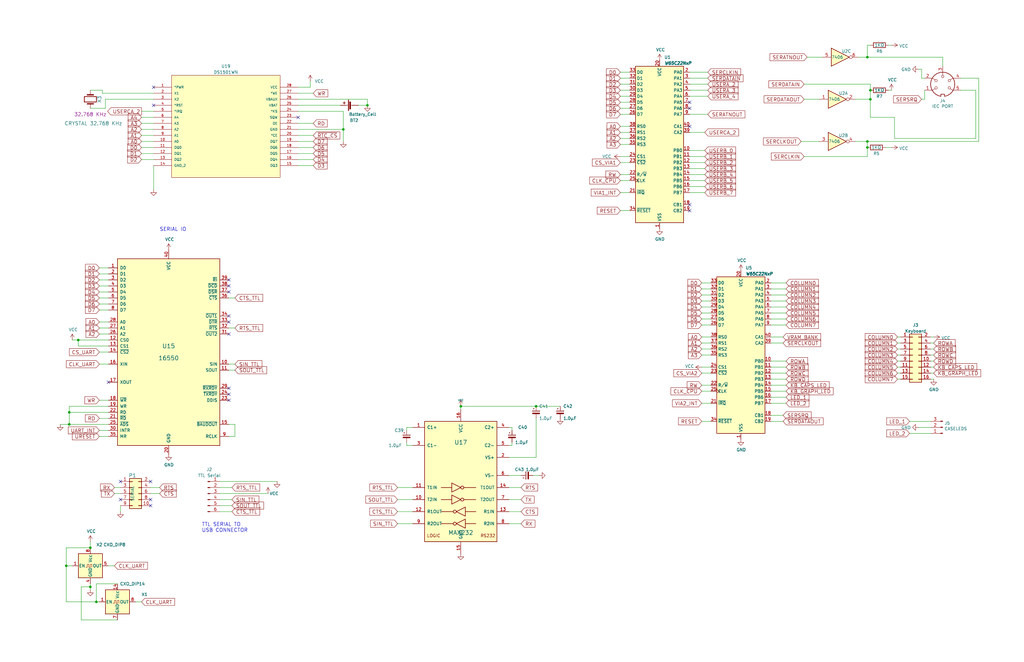
<source format=kicad_sch>
(kicad_sch (version 20230121) (generator eeschema)
  (paper "B")
  (title_block (title "WE65816 - MARK2") (date "2024-09-15") (rev "V1.0"))
  (lib_symbols
    (symbol "74xx:74LS06N" (pin_names (offset 1.016))
      (property "Reference" "U" (at 0 1.27 0))
      (property "Value" "74LS06N" (at 0 -1.27 0))
      (symbol "74LS06N_1_0"
        (pin input line (at -7.62 0 0) (length 3.81) (name "~") (number "1"))
        (pin open_collector inverted (at 7.62 0 180) (length 3.81) (name "~") (number "2"))
      )
      (symbol "74LS06N_2_0"
        (pin input line (at -7.62 0 0) (length 3.81) (name "~") (number "3"))
        (pin open_collector inverted (at 7.62 0 180) (length 3.81) (name "~") (number "4"))
      )
      (symbol "74LS06N_3_0"
        (pin input line (at -7.62 0 0) (length 3.81) (name "~") (number "5"))
        (pin open_collector inverted (at 7.62 0 180) (length 3.81) (name "~") (number "6"))
      )
      (symbol "74LS06N_4_0"
        (pin open_collector inverted (at 7.62 0 180) (length 3.81) (name "~") (number "8"))
        (pin input line (at -7.62 0 0) (length 3.81) (name "~") (number "9"))
      )
      (symbol "74LS06N_5_0"
        (pin open_collector inverted (at 7.62 0 180) (length 3.81) (name "~") (number "10"))
        (pin input line (at -7.62 0 0) (length 3.81) (name "~") (number "11"))
      )
      (symbol "74LS06N_6_0"
        (pin open_collector inverted (at 7.62 0 180) (length 3.81) (name "~") (number "12"))
        (pin input line (at -7.62 0 0) (length 3.81) (name "~") (number "13"))
      )
      (symbol "74LS06N_7_0"
        (pin power_in line (at 0 12.7 270) (length 5.08) (name "VCC") (number "14"))
        (pin power_in line (at 0 -12.7 90) (length 5.08) (name "GND") (number "7"))
      )
    )
    (symbol "Connector:Conn_01x03_Pin" (pin_names (offset 1.016) hide)
      (property "Reference" "J" (at 0 5.08 0))
      (property "Value" "Conn_01x03_Pin" (at 0 -5.08 0))
      (symbol "Conn_01x03_Pin_1_1"
        (pin passive line (at 5.08 2.54 180) (length 3.81) (name "Pin_1") (number "1"))
        (pin passive line (at 5.08 0 180) (length 3.81) (name "Pin_2") (number "2"))
        (pin passive line (at 5.08 -2.54 180) (length 3.81) (name "Pin_3") (number "3"))
      )
    )
    (symbol "Connector:Conn_01x06_Pin" (pin_names (offset 1.016) hide)
      (property "Reference" "J" (at 0 7.62 0))
      (property "Value" "Conn_01x06_Pin" (at 0 -10.16 0))
      (symbol "Conn_01x06_Pin_1_1"
        (pin passive line (at 5.08 5.08 180) (length 3.81) (name "Pin_1") (number "1"))
        (pin passive line (at 5.08 2.54 180) (length 3.81) (name "Pin_2") (number "2"))
        (pin passive line (at 5.08 0 180) (length 3.81) (name "Pin_3") (number "3"))
        (pin passive line (at 5.08 -2.54 180) (length 3.81) (name "Pin_4") (number "4"))
        (pin passive line (at 5.08 -5.08 180) (length 3.81) (name "Pin_5") (number "5"))
        (pin passive line (at 5.08 -7.62 180) (length 3.81) (name "Pin_6") (number "6"))
      )
    )
    (symbol "Connector:DIN-5" (pin_names (offset 1.016))
      (property "Reference" "J" (at 3.175 5.715 0))
      (property "Value" "DIN-5" (at 0 -6.35 0))
      (symbol "DIN-5_1_1"
        (pin passive line (at -7.62 -2.54 0) (length 2.54) (name "~") (number "1"))
        (pin passive line (at -7.62 2.54 0) (length 2.54) (name "~") (number "2"))
        (pin passive line (at 0 7.62 270) (length 2.54) (name "~") (number "3"))
        (pin passive line (at 7.62 2.54 180) (length 2.54) (name "~") (number "4"))
        (pin passive line (at 7.62 -2.54 180) (length 2.54) (name "~") (number "5"))
      )
    )
    (symbol "Connector_Generic:Conn_02x05_Odd_Even" (pin_names (offset 1.016) hide)
      (property "Reference" "J" (at 1.27 7.62 0))
      (property "Value" "Conn_02x05_Odd_Even" (at 1.27 -7.62 0))
      (symbol "Conn_02x05_Odd_Even_1_1"
        (pin passive line (at -5.08 5.08 0) (length 3.81) (name "Pin_1") (number "1"))
        (pin passive line (at 7.62 -5.08 180) (length 3.81) (name "Pin_10") (number "10"))
        (pin passive line (at 7.62 5.08 180) (length 3.81) (name "Pin_2") (number "2"))
        (pin passive line (at -5.08 2.54 0) (length 3.81) (name "Pin_3") (number "3"))
        (pin passive line (at 7.62 2.54 180) (length 3.81) (name "Pin_4") (number "4"))
        (pin passive line (at -5.08 0 0) (length 3.81) (name "Pin_5") (number "5"))
        (pin passive line (at 7.62 0 180) (length 3.81) (name "Pin_6") (number "6"))
        (pin passive line (at -5.08 -2.54 0) (length 3.81) (name "Pin_7") (number "7"))
        (pin passive line (at 7.62 -2.54 180) (length 3.81) (name "Pin_8") (number "8"))
        (pin passive line (at -5.08 -5.08 0) (length 3.81) (name "Pin_9") (number "9"))
      )
    )
    (symbol "Connector_Generic:Conn_02x08_Odd_Even" (pin_names (offset 1.016) hide)
      (property "Reference" "J" (at 1.27 10.16 0))
      (property "Value" "Conn_02x08_Odd_Even" (at 1.27 -12.7 0))
      (symbol "Conn_02x08_Odd_Even_1_1"
        (pin passive line (at -5.08 7.62 0) (length 3.81) (name "Pin_1") (number "1"))
        (pin passive line (at 7.62 -2.54 180) (length 3.81) (name "Pin_10") (number "10"))
        (pin passive line (at -5.08 -5.08 0) (length 3.81) (name "Pin_11") (number "11"))
        (pin passive line (at 7.62 -5.08 180) (length 3.81) (name "Pin_12") (number "12"))
        (pin passive line (at -5.08 -7.62 0) (length 3.81) (name "Pin_13") (number "13"))
        (pin passive line (at 7.62 -7.62 180) (length 3.81) (name "Pin_14") (number "14"))
        (pin passive line (at -5.08 -10.16 0) (length 3.81) (name "Pin_15") (number "15"))
        (pin passive line (at 7.62 -10.16 180) (length 3.81) (name "Pin_16") (number "16"))
        (pin passive line (at 7.62 7.62 180) (length 3.81) (name "Pin_2") (number "2"))
        (pin passive line (at -5.08 5.08 0) (length 3.81) (name "Pin_3") (number "3"))
        (pin passive line (at 7.62 5.08 180) (length 3.81) (name "Pin_4") (number "4"))
        (pin passive line (at -5.08 2.54 0) (length 3.81) (name "Pin_5") (number "5"))
        (pin passive line (at 7.62 2.54 180) (length 3.81) (name "Pin_6") (number "6"))
        (pin passive line (at -5.08 0 0) (length 3.81) (name "Pin_7") (number "7"))
        (pin passive line (at 7.62 0 180) (length 3.81) (name "Pin_8") (number "8"))
        (pin passive line (at -5.08 -2.54 0) (length 3.81) (name "Pin_9") (number "9"))
      )
    )
    (symbol "Device:Battery_Cell" (pin_numbers hide) (pin_names (offset 0) hide)
      (property "Reference" "BT" (at 2.54 2.54 0))
      (property "Value" "Battery_Cell" (at 2.54 0 0))
      (symbol "Battery_Cell_1_1"
        (pin passive line (at 0 5.08 270) (length 2.54) (name "+") (number "1"))
        (pin passive line (at 0 -2.54 90) (length 2.54) (name "-") (number "2"))
      )
    )
    (symbol "Device:C_Polarized_Small" (pin_numbers hide) (pin_names (offset 0.254) hide)
      (property "Reference" "C" (at 0.254 1.778 0))
      (property "Value" "C_Polarized_Small" (at 0.254 -2.032 0))
      (symbol "C_Polarized_Small_1_1"
        (pin passive line (at 0 2.54 270) (length 1.8542) (name "~") (number "1"))
        (pin passive line (at 0 -2.54 90) (length 1.8542) (name "~") (number "2"))
      )
    )
    (symbol "Device:Crystal" (pin_numbers hide) (pin_names (offset 1.016) hide)
      (property "Reference" "Y" (at 0 3.81 0))
      (property "Value" "Crystal" (at 0 -3.81 0))
      (symbol "Crystal_1_1"
        (pin passive line (at -3.81 0 0) (length 1.27) (name "1") (number "1"))
        (pin passive line (at 3.81 0 180) (length 1.27) (name "2") (number "2"))
      )
    )
    (symbol "Device:R" (pin_numbers hide) (pin_names (offset 0))
      (property "Reference" "R" (at 2.032 0 90))
      (property "Value" "R" (at 0 0 90))
      (symbol "R_1_1"
        (pin passive line (at 0 3.81 270) (length 1.27) (name "~") (number "1"))
        (pin passive line (at 0 -3.81 90) (length 1.27) (name "~") (number "2"))
      )
    )
    (symbol "Interface_UART:16550" (pin_names (offset 1.016))
      (property "Reference" "U" (at -21.59 40.64 0))
      (property "Value" "16550" (at 15.24 40.64 0))
      (symbol "16550_1_1"
        (pin bidirectional line (at -25.4 35.56 0) (length 3.81) (name "D0") (number "1"))
        (pin input line (at 25.4 -5.08 180) (length 3.81) (name "SIN") (number "10"))
        (pin output line (at 25.4 -7.62 180) (length 3.81) (name "SOUT") (number "11"))
        (pin input line (at -25.4 5.08 0) (length 3.81) (name "CS0") (number "12"))
        (pin input line (at -25.4 2.54 0) (length 3.81) (name "CS1") (number "13"))
        (pin input line (at -25.4 0 0) (length 3.81) (name "~{CS2}") (number "14"))
        (pin output line (at 25.4 -30.48 180) (length 3.81) (name "~{BAUDOUT}") (number "15"))
        (pin input line (at -25.4 -5.08 0) (length 3.81) (name "XIN") (number "16"))
        (pin output line (at -25.4 -12.7 0) (length 3.81) (name "XOUT") (number "17"))
        (pin input line (at -25.4 -20.32 0) (length 3.81) (name "~{WR}") (number "18"))
        (pin input line (at -25.4 -22.86 0) (length 3.81) (name "WR") (number "19"))
        (pin bidirectional line (at -25.4 33.02 0) (length 3.81) (name "D1") (number "2"))
        (pin power_in line (at 0 -43.18 90) (length 3.81) (name "GND") (number "20"))
        (pin input line (at -25.4 -27.94 0) (length 3.81) (name "~{RD}") (number "21"))
        (pin input line (at -25.4 -25.4 0) (length 3.81) (name "RD") (number "22"))
        (pin output line (at 25.4 -20.32 180) (length 3.81) (name "DDIS") (number "23"))
        (pin output line (at 25.4 -17.78 180) (length 3.81) (name "~{TXRDY}") (number "24"))
        (pin input line (at -25.4 -30.48 0) (length 3.81) (name "~{ADS}") (number "25"))
        (pin input line (at -25.4 7.62 0) (length 3.81) (name "A2") (number "26"))
        (pin input line (at -25.4 10.16 0) (length 3.81) (name "A1") (number "27"))
        (pin input line (at -25.4 12.7 0) (length 3.81) (name "A0") (number "28"))
        (pin output line (at 25.4 -15.24 180) (length 3.81) (name "~{RXRDY}") (number "29"))
        (pin bidirectional line (at -25.4 30.48 0) (length 3.81) (name "D2") (number "3"))
        (pin output line (at -25.4 -33.02 0) (length 3.81) (name "INTR") (number "30"))
        (pin output line (at 25.4 7.62 180) (length 3.81) (name "~{OUT2}") (number "31"))
        (pin output line (at 25.4 10.16 180) (length 3.81) (name "~{RTS}") (number "32"))
        (pin output line (at 25.4 12.7 180) (length 3.81) (name "~{DTR}") (number "33"))
        (pin output line (at 25.4 15.24 180) (length 3.81) (name "~{OUT1}") (number "34"))
        (pin input line (at -25.4 -35.56 0) (length 3.81) (name "MR") (number "35"))
        (pin input line (at 25.4 22.86 180) (length 3.81) (name "~{CTS}") (number "36"))
        (pin input line (at 25.4 25.4 180) (length 3.81) (name "~{DSR}") (number "37"))
        (pin input line (at 25.4 27.94 180) (length 3.81) (name "~{DCD}") (number "38"))
        (pin input line (at 25.4 30.48 180) (length 3.81) (name "~{RI}") (number "39"))
        (pin bidirectional line (at -25.4 27.94 0) (length 3.81) (name "D3") (number "4"))
        (pin power_in line (at 0 43.18 270) (length 3.81) (name "VCC") (number "40"))
        (pin bidirectional line (at -25.4 25.4 0) (length 3.81) (name "D4") (number "5"))
        (pin bidirectional line (at -25.4 22.86 0) (length 3.81) (name "D5") (number "6"))
        (pin bidirectional line (at -25.4 20.32 0) (length 3.81) (name "D6") (number "7"))
        (pin bidirectional line (at -25.4 17.78 0) (length 3.81) (name "D7") (number "8"))
        (pin input line (at 25.4 -35.56 180) (length 3.81) (name "RCLK") (number "9"))
      )
    )
    (symbol "Interface_UART:MAX232" (pin_names (offset 1.016))
      (property "Reference" "U" (at -2.54 28.575 0))
      (property "Value" "MAX232" (at -2.54 26.67 0))
      (symbol "MAX232_0_0"
        (text "LOGIC" (at -11.43 -22.86 0) (effects (font (size 1.27 1.27))))
        (text "RS232" (at 11.43 -22.86 0) (effects (font (size 1.27 1.27))))
      )
      (symbol "MAX232_1_1"
        (pin passive line (at -20.32 22.86 0) (length 5.08) (name "C1+") (number "1"))
        (pin input line (at -20.32 -7.62 0) (length 5.08) (name "T2IN") (number "10"))
        (pin input line (at -20.32 -2.54 0) (length 5.08) (name "T1IN") (number "11"))
        (pin output line (at -20.32 -12.7 0) (length 5.08) (name "R1OUT") (number "12"))
        (pin input line (at 20.32 -12.7 180) (length 5.08) (name "R1IN") (number "13"))
        (pin output line (at 20.32 -2.54 180) (length 5.08) (name "T1OUT") (number "14"))
        (pin power_in line (at 0 -30.48 90) (length 5.08) (name "GND") (number "15"))
        (pin power_in line (at 0 30.48 270) (length 5.08) (name "VCC") (number "16"))
        (pin power_out line (at 20.32 10.16 180) (length 5.08) (name "VS+") (number "2"))
        (pin passive line (at -20.32 15.24 0) (length 5.08) (name "C1-") (number "3"))
        (pin passive line (at 20.32 22.86 180) (length 5.08) (name "C2+") (number "4"))
        (pin passive line (at 20.32 15.24 180) (length 5.08) (name "C2-") (number "5"))
        (pin power_out line (at 20.32 2.54 180) (length 5.08) (name "VS-") (number "6"))
        (pin output line (at 20.32 -7.62 180) (length 5.08) (name "T2OUT") (number "7"))
        (pin input line (at 20.32 -17.78 180) (length 5.08) (name "R2IN") (number "8"))
        (pin output line (at -20.32 -17.78 0) (length 5.08) (name "R2OUT") (number "9"))
      )
    )
    (symbol "Oscillator:CXO_DIP14" (pin_names (offset 0.254))
      (property "Reference" "X" (at -5.08 6.35 0))
      (property "Value" "CXO_DIP14" (at 1.27 -6.35 0))
      (symbol "CXO_DIP14_1_1"
        (pin input line (at -7.62 0 0) (length 2.54) (name "EN") (number "1"))
        (pin power_in line (at 0 7.62 270) (length 2.54) (name "Vcc") (number "14"))
        (pin power_in line (at 0 -7.62 90) (length 2.54) (name "GND") (number "7"))
        (pin output line (at 7.62 0 180) (length 2.54) (name "OUT") (number "8"))
      )
    )
    (symbol "Oscillator:CXO_DIP8" (pin_names (offset 0.254))
      (property "Reference" "X" (at -5.08 6.35 0))
      (property "Value" "CXO_DIP8" (at 1.27 -6.35 0))
      (symbol "CXO_DIP8_1_1"
        (pin input line (at -7.62 0 0) (length 2.54) (name "EN") (number "1"))
        (pin power_in line (at 0 -7.62 90) (length 2.54) (name "GND") (number "4"))
        (pin output line (at 7.62 0 180) (length 2.54) (name "OUT") (number "5"))
        (pin power_in line (at 0 7.62 270) (length 2.54) (name "Vcc") (number "8"))
      )
    )
    (symbol "RPi_pico:65C22"
      (property "Reference" "U18" (at 5.08 13.97 0))
      (property "Value" "W65C22NxP" (at 8.89 11.43 0))
      (symbol "65C22_1_1"
        (pin power_in line (at 0 -59.69 90) (length 2.54) (name "VSS") (number "1"))
        (pin bidirectional line (at 12.7 -26.67 180) (length 2.54) (name "PB0") (number "10"))
        (pin bidirectional line (at 12.7 -29.21 180) (length 2.54) (name "PB1") (number "11"))
        (pin bidirectional line (at 12.7 -31.75 180) (length 2.54) (name "PB2") (number "12"))
        (pin bidirectional line (at 12.7 -34.29 180) (length 2.54) (name "PB3") (number "13"))
        (pin bidirectional line (at 12.7 -36.83 180) (length 2.54) (name "PB4") (number "14"))
        (pin bidirectional line (at 12.7 -39.37 180) (length 2.54) (name "PB5") (number "15"))
        (pin bidirectional line (at 12.7 -41.91 180) (length 2.54) (name "PB6") (number "16"))
        (pin bidirectional line (at 12.7 -44.45 180) (length 2.54) (name "PB7") (number "17"))
        (pin input line (at 12.7 -49.53 180) (length 2.54) (name "CB1") (number "18"))
        (pin bidirectional line (at 12.7 -52.07 180) (length 2.54) (name "CB2") (number "19"))
        (pin bidirectional line (at 12.7 6.35 180) (length 2.54) (name "PA0") (number "2"))
        (pin power_in line (at 0 11.43 270) (length 2.54) (name "VCC") (number "20"))
        (pin open_collector line (at -12.7 -44.45 0) (length 2.54) (name "~{IRQ}") (number "21"))
        (pin input line (at -12.7 -36.83 0) (length 2.54) (name "R/~{W}") (number "22"))
        (pin input line (at -12.7 -31.75 0) (length 2.54) (name "~{CS2}") (number "23"))
        (pin input line (at -12.7 -29.21 0) (length 2.54) (name "CS1") (number "24"))
        (pin input clock (at -12.7 -39.37 0) (length 2.54) (name "CLK") (number "25"))
        (pin bidirectional line (at -12.7 -11.43 0) (length 2.54) (name "D7") (number "26"))
        (pin bidirectional line (at -12.7 -8.89 0) (length 2.54) (name "D6") (number "27"))
        (pin bidirectional line (at -12.7 -6.35 0) (length 2.54) (name "D5") (number "28"))
        (pin bidirectional line (at -12.7 -3.81 0) (length 2.54) (name "D4") (number "29"))
        (pin bidirectional line (at 12.7 3.81 180) (length 2.54) (name "PA1") (number "3"))
        (pin bidirectional line (at -12.7 -1.27 0) (length 2.54) (name "D3") (number "30"))
        (pin bidirectional line (at -12.7 1.27 0) (length 2.54) (name "D2") (number "31"))
        (pin bidirectional line (at -12.7 3.81 0) (length 2.54) (name "D1") (number "32"))
        (pin bidirectional line (at -12.7 6.35 0) (length 2.54) (name "D0") (number "33"))
        (pin input line (at -12.7 -52.07 0) (length 2.54) (name "~{RESET}") (number "34"))
        (pin input line (at -12.7 -24.13 0) (length 2.54) (name "RS3") (number "35"))
        (pin input line (at -12.7 -21.59 0) (length 2.54) (name "RS2") (number "36"))
        (pin input line (at -12.7 -19.05 0) (length 2.54) (name "RS1") (number "37"))
        (pin input line (at -12.7 -16.51 0) (length 2.54) (name "RS0") (number "38"))
        (pin bidirectional line (at 12.7 -19.05 180) (length 2.54) (name "CA2") (number "39"))
        (pin bidirectional line (at 12.7 1.27 180) (length 2.54) (name "PA2") (number "4"))
        (pin input line (at 12.7 -16.51 180) (length 2.54) (name "CA1") (number "40"))
        (pin bidirectional line (at 12.7 -1.27 180) (length 2.54) (name "PA3") (number "5"))
        (pin bidirectional line (at 12.7 -3.81 180) (length 2.54) (name "PA4") (number "6"))
        (pin bidirectional line (at 12.7 -6.35 180) (length 2.54) (name "PA5") (number "7"))
        (pin bidirectional line (at 12.7 -8.89 180) (length 2.54) (name "PA6") (number "8"))
        (pin bidirectional line (at 12.7 -11.43 180) (length 2.54) (name "PA7") (number "9"))
      )
    )
    (symbol "RPi_pico:DS1501WN" (pin_names (offset 1.016))
      (property "Reference" "U" (at 25.7556 9.1186 0))
      (property "Value" "DS1501WN" (at 25.1206 6.5786 0))
      (symbol "DS1501WN_0_0"
        (pin power_in line (at 0 0 0) (length 7.62) (name "*PWR") (number "1"))
        (pin passive line (at 0 -22.86 0) (length 7.62) (name "A0") (number "10"))
        (pin passive line (at 0 -25.4 0) (length 7.62) (name "DQ0") (number "11"))
        (pin passive line (at 0 -27.94 0) (length 7.62) (name "DQ1") (number "12"))
        (pin passive line (at 0 -30.48 0) (length 7.62) (name "DQ2") (number "13"))
        (pin power_in line (at 0 -33.02 0) (length 7.62) (name "GND_2") (number "14"))
        (pin passive line (at 60.96 -33.02 180) (length 7.62) (name "DQ3") (number "15"))
        (pin passive line (at 60.96 -30.48 180) (length 7.62) (name "DQ4") (number "16"))
        (pin passive line (at 60.96 -27.94 180) (length 7.62) (name "DQ5") (number "17"))
        (pin passive line (at 60.96 -25.4 180) (length 7.62) (name "DQ6") (number "18"))
        (pin passive line (at 60.96 -22.86 180) (length 7.62) (name "DQ7") (number "19"))
        (pin passive line (at 0 -2.54 0) (length 7.62) (name "X1") (number "2"))
        (pin passive line (at 60.96 -20.32 180) (length 7.62) (name "*CE") (number "20"))
        (pin power_in line (at 60.96 -17.78 180) (length 7.62) (name "GND") (number "21"))
        (pin passive line (at 60.96 -15.24 180) (length 7.62) (name "OE") (number "22"))
        (pin passive line (at 60.96 -12.7 180) (length 7.62) (name "SQW") (number "23"))
        (pin passive line (at 60.96 -10.16 180) (length 7.62) (name "*KS") (number "24"))
        (pin power_in line (at 60.96 -7.62 180) (length 7.62) (name "VBAT") (number "25"))
        (pin power_in line (at 60.96 -5.08 180) (length 7.62) (name "VBAUX") (number "26"))
        (pin passive line (at 60.96 -2.54 180) (length 7.62) (name "*WE") (number "27"))
        (pin power_in line (at 60.96 0 180) (length 7.62) (name "VCC") (number "28"))
        (pin passive line (at 0 -5.08 0) (length 7.62) (name "X2") (number "3"))
        (pin passive line (at 0 -7.62 0) (length 7.62) (name "*RST") (number "4"))
        (pin passive line (at 0 -10.16 0) (length 7.62) (name "*IRQ") (number "5"))
        (pin passive line (at 0 -12.7 0) (length 7.62) (name "A4") (number "6"))
        (pin passive line (at 0 -15.24 0) (length 7.62) (name "A3") (number "7"))
        (pin passive line (at 0 -17.78 0) (length 7.62) (name "A2") (number "8"))
        (pin passive line (at 0 -20.32 0) (length 7.62) (name "A1") (number "9"))
      )
    )
    (symbol "power:GND" (power) (pin_names (offset 0))
      (property "Value" "GND" (at 0 -3.81 0))
      (symbol "GND_1_1"
        (pin power_in line (at 0 0 270) (length 0) hide (name "GND") (number "1"))
      )
    )
    (symbol "power:VCC" (power) (pin_names (offset 0))
      (property "Value" "VCC" (at 0 3.81 0))
      (symbol "VCC_1_1"
        (pin power_in line (at 0 0 90) (length 0) hide (name "VCC") (number "1"))
      )
    )
  )
  (junction (at 367.03 41.91))
  (junction (at 365.76 62.23))
  (junction (at 27.94 238.76))
  (junction (at 33.02 143.51))
  (junction (at 367.03 38.1))
  (junction (at 194.31 171.45))
  (junction (at 365.76 59.69))
  (junction (at 226.06 171.45))
  (junction (at 38.1 247.65))
  (junction (at 29.21 173.99))
  (junction (at 29.21 179.07))
  (junction (at 144.78 54.61))
  (junction (at 40.64 254))
  (junction (at 38.1 231.14))
  (junction (at 154.94 44.45))
  (junction (at 365.76 24.13))
  (no_connect (at 290.83 43.18))
  (no_connect (at 64.77 36.83))
  (no_connect (at 96.52 140.97))
  (no_connect (at 63.5 203.2))
  (no_connect (at 45.72 161.29))
  (no_connect (at 96.52 133.35))
  (no_connect (at 63.5 210.82))
  (no_connect (at 96.52 120.65))
  (no_connect (at 50.8 203.2))
  (no_connect (at 290.83 88.9))
  (no_connect (at 64.77 44.45))
  (no_connect (at 96.52 166.37))
  (no_connect (at 290.83 86.36))
  (no_connect (at 96.52 123.19))
  (no_connect (at 96.52 163.83))
  (no_connect (at 96.52 135.89))
  (no_connect (at 96.52 118.11))
  (no_connect (at 290.83 53.34))
  (no_connect (at 290.83 45.72))
  (no_connect (at 50.8 210.82))
  (no_connect (at 63.5 213.36))
  (no_connect (at 96.52 168.91))
  (no_connect (at 125.73 49.53))
  (wire (pts (xy 48.26 205.74) (xy 50.8 205.74)))
  (wire (pts (xy 96.52 184.15) (xy 99.06 184.15)))
  (wire (pts (xy 214.63 210.82) (xy 219.71 210.82)))
  (wire (pts (xy 59.69 49.53) (xy 64.77 49.53)))
  (wire (pts (xy 367.03 41.91) (xy 367.03 38.1)))
  (wire (pts (xy 215.9 187.96) (xy 215.9 186.69)))
  (wire (pts (xy 299.72 134.62) (xy 295.91 134.62)))
  (wire (pts (xy 265.43 58.42) (xy 261.62 58.42)))
  (wire (pts (xy 41.91 176.53) (xy 45.72 176.53)))
  (wire (pts (xy 59.69 54.61) (xy 64.77 54.61)))
  (wire (pts (xy 29.21 173.99) (xy 29.21 179.07)))
  (wire (pts (xy 214.63 220.98) (xy 219.71 220.98)))
  (wire (pts (xy 43.18 39.37) (xy 64.77 39.37)))
  (wire (pts (xy 265.43 43.18) (xy 261.62 43.18)))
  (wire (pts (xy 360.68 41.91) (xy 367.03 41.91)))
  (wire (pts (xy 144.78 54.61) (xy 144.78 59.69)))
  (wire (pts (xy 265.43 68.58) (xy 261.62 68.58)))
  (wire (pts (xy 41.91 254) (xy 40.64 254)))
  (wire (pts (xy 96.52 179.07) (xy 99.06 179.07)))
  (wire (pts (xy 41.91 140.97) (xy 45.72 140.97)))
  (wire (pts (xy 299.72 147.32) (xy 295.91 147.32)))
  (wire (pts (xy 96.52 153.67) (xy 99.06 153.67)))
  (wire (pts (xy 40.64 254) (xy 27.94 254)))
  (wire (pts (xy 125.73 67.31) (xy 132.08 67.31)))
  (wire (pts (xy 214.63 180.34) (xy 215.9 180.34)))
  (wire (pts (xy 38.1 246.38) (xy 38.1 247.65)))
  (wire (pts (xy 226.06 171.45) (xy 236.22 171.45)))
  (wire (pts (xy 41.91 118.11) (xy 45.72 118.11)))
  (wire (pts (xy 49.53 261.62) (xy 34.29 261.62)))
  (wire (pts (xy 389.89 38.1) (xy 389.89 41.91)))
  (wire (pts (xy 57.15 254) (xy 59.69 254)))
  (wire (pts (xy 144.78 46.99) (xy 144.78 54.61)))
  (wire (pts (xy 171.45 187.96) (xy 171.45 186.69)))
  (wire (pts (xy 290.83 73.66) (xy 297.18 73.66)))
  (wire (pts (xy 265.43 60.96) (xy 261.62 60.96)))
  (wire (pts (xy 173.99 180.34) (xy 171.45 180.34)))
  (wire (pts (xy 34.29 261.62) (xy 34.29 247.65)))
  (wire (pts (xy 388.62 33.02) (xy 388.62 29.21)))
  (wire (pts (xy 377.19 58.42) (xy 411.48 58.42)))
  (wire (pts (xy 361.95 24.13) (xy 365.76 24.13)))
  (wire (pts (xy 214.63 193.04) (xy 226.06 193.04)))
  (wire (pts (xy 59.69 64.77) (xy 64.77 64.77)))
  (wire (pts (xy 125.73 64.77) (xy 132.08 64.77)))
  (wire (pts (xy 96.52 156.21) (xy 99.06 156.21)))
  (wire (pts (xy 265.43 45.72) (xy 261.62 45.72)))
  (wire (pts (xy 325.12 165.1) (xy 331.47 165.1)))
  (wire (pts (xy 299.72 137.16) (xy 295.91 137.16)))
  (wire (pts (xy 27.94 254) (xy 27.94 238.76)))
  (wire (pts (xy 125.73 52.07) (xy 132.08 52.07)))
  (wire (pts (xy 365.76 19.05) (xy 367.03 19.05)))
  (wire (pts (xy 392.43 180.34) (xy 387.35 180.34)))
  (wire (pts (xy 383.54 182.88) (xy 392.43 182.88)))
  (wire (pts (xy 125.73 36.83) (xy 130.81 36.83)))
  (wire (pts (xy 130.81 34.29) (xy 130.81 36.83)))
  (wire (pts (xy 379.73 147.32) (xy 378.46 147.32)))
  (wire (pts (xy 41.91 120.65) (xy 45.72 120.65)))
  (wire (pts (xy 214.63 215.9) (xy 219.71 215.9)))
  (wire (pts (xy 374.65 19.05) (xy 375.92 19.05)))
  (wire (pts (xy 167.64 210.82) (xy 173.99 210.82)))
  (wire (pts (xy 92.71 203.2) (xy 116.84 203.2)))
  (wire (pts (xy 392.43 142.24) (xy 393.7 142.24)))
  (wire (pts (xy 325.12 134.62) (xy 331.47 134.62)))
  (wire (pts (xy 38.1 228.6) (xy 38.1 231.14)))
  (wire (pts (xy 412.75 59.69) (xy 412.75 33.02)))
  (wire (pts (xy 214.63 205.74) (xy 219.71 205.74)))
  (wire (pts (xy 41.91 125.73) (xy 45.72 125.73)))
  (wire (pts (xy 40.64 246.38) (xy 40.64 254)))
  (wire (pts (xy 392.43 160.02) (xy 393.7 160.02)))
  (wire (pts (xy 325.12 157.48) (xy 331.47 157.48)))
  (wire (pts (xy 325.12 132.08) (xy 331.47 132.08)))
  (wire (pts (xy 325.12 160.02) (xy 331.47 160.02)))
  (wire (pts (xy 63.5 205.74) (xy 67.31 205.74)))
  (wire (pts (xy 379.73 149.86) (xy 378.46 149.86)))
  (wire (pts (xy 299.72 142.24) (xy 295.91 142.24)))
  (wire (pts (xy 226.06 193.04) (xy 226.06 176.53)))
  (wire (pts (xy 365.76 24.13) (xy 397.51 24.13)))
  (wire (pts (xy 365.76 24.13) (xy 365.76 19.05)))
  (wire (pts (xy 325.12 137.16) (xy 331.47 137.16)))
  (wire (pts (xy 265.43 35.56) (xy 261.62 35.56)))
  (wire (pts (xy 44.45 41.91) (xy 44.45 45.72)))
  (wire (pts (xy 125.73 57.15) (xy 132.08 57.15)))
  (wire (pts (xy 379.73 144.78) (xy 378.46 144.78)))
  (wire (pts (xy 290.83 35.56) (xy 298.45 35.56)))
  (wire (pts (xy 167.64 220.98) (xy 173.99 220.98)))
  (wire (pts (xy 59.69 67.31) (xy 64.77 67.31)))
  (wire (pts (xy 340.36 24.13) (xy 346.71 24.13)))
  (wire (pts (xy 299.72 165.1) (xy 295.91 165.1)))
  (wire (pts (xy 125.73 62.23) (xy 132.08 62.23)))
  (wire (pts (xy 167.64 215.9) (xy 173.99 215.9)))
  (wire (pts (xy 25.4 179.07) (xy 29.21 179.07)))
  (wire (pts (xy 290.83 81.28) (xy 297.18 81.28)))
  (wire (pts (xy 265.43 88.9) (xy 261.62 88.9)))
  (wire (pts (xy 377.19 49.53) (xy 377.19 58.42)))
  (wire (pts (xy 34.29 247.65) (xy 38.1 247.65)))
  (wire (pts (xy 41.91 168.91) (xy 45.72 168.91)))
  (wire (pts (xy 290.83 30.48) (xy 298.45 30.48)))
  (wire (pts (xy 389.89 33.02) (xy 388.62 33.02)))
  (wire (pts (xy 44.45 41.91) (xy 64.77 41.91)))
  (wire (pts (xy 49.53 246.38) (xy 40.64 246.38)))
  (wire (pts (xy 392.43 149.86) (xy 393.7 149.86)))
  (wire (pts (xy 265.43 40.64) (xy 261.62 40.64)))
  (wire (pts (xy 290.83 68.58) (xy 297.18 68.58)))
  (wire (pts (xy 265.43 76.2) (xy 261.62 76.2)))
  (wire (pts (xy 171.45 180.34) (xy 171.45 181.61)))
  (wire (pts (xy 41.91 153.67) (xy 45.72 153.67)))
  (wire (pts (xy 325.12 129.54) (xy 331.47 129.54)))
  (wire (pts (xy 215.9 180.34) (xy 215.9 181.61)))
  (wire (pts (xy 265.43 66.04) (xy 261.62 66.04)))
  (wire (pts (xy 125.73 59.69) (xy 132.08 59.69)))
  (wire (pts (xy 265.43 55.88) (xy 261.62 55.88)))
  (wire (pts (xy 48.26 208.28) (xy 50.8 208.28)))
  (wire (pts (xy 325.12 162.56) (xy 331.47 162.56)))
  (wire (pts (xy 92.71 213.36) (xy 97.79 213.36)))
  (wire (pts (xy 125.73 41.91) (xy 154.94 41.91)))
  (wire (pts (xy 325.12 119.38) (xy 331.47 119.38)))
  (wire (pts (xy 379.73 142.24) (xy 378.46 142.24)))
  (wire (pts (xy 33.02 143.51) (xy 45.72 143.51)))
  (wire (pts (xy 41.91 128.27) (xy 45.72 128.27)))
  (wire (pts (xy 41.91 113.03) (xy 45.72 113.03)))
  (wire (pts (xy 41.91 135.89) (xy 45.72 135.89)))
  (wire (pts (xy 27.94 238.76) (xy 27.94 231.14)))
  (wire (pts (xy 290.83 48.26) (xy 298.45 48.26)))
  (wire (pts (xy 96.52 138.43) (xy 99.06 138.43)))
  (wire (pts (xy 59.69 57.15) (xy 64.77 57.15)))
  (wire (pts (xy 290.83 76.2) (xy 297.18 76.2)))
  (wire (pts (xy 325.12 144.78) (xy 330.2 144.78)))
  (wire (pts (xy 214.63 200.66) (xy 219.71 200.66)))
  (wire (pts (xy 265.43 48.26) (xy 261.62 48.26)))
  (wire (pts (xy 92.71 205.74) (xy 97.79 205.74)))
  (wire (pts (xy 290.83 40.64) (xy 298.45 40.64)))
  (wire (pts (xy 365.76 59.69) (xy 412.75 59.69)))
  (wire (pts (xy 38.1 247.65) (xy 38.1 248.92)))
  (wire (pts (xy 290.83 71.12) (xy 297.18 71.12)))
  (wire (pts (xy 41.91 148.59) (xy 45.72 148.59)))
  (wire (pts (xy 30.48 238.76) (xy 27.94 238.76)))
  (wire (pts (xy 299.72 154.94) (xy 295.91 154.94)))
  (wire (pts (xy 43.18 38.1) (xy 38.1 38.1)))
  (wire (pts (xy 411.48 38.1) (xy 411.48 58.42)))
  (wire (pts (xy 154.94 41.91) (xy 154.94 44.45)))
  (wire (pts (xy 99.06 179.07) (xy 99.06 184.15)))
  (wire (pts (xy 41.91 181.61) (xy 45.72 181.61)))
  (wire (pts (xy 265.43 53.34) (xy 261.62 53.34)))
  (wire (pts (xy 360.68 59.69) (xy 365.76 59.69)))
  (wire (pts (xy 388.62 29.21) (xy 387.35 29.21)))
  (wire (pts (xy 173.99 187.96) (xy 171.45 187.96)))
  (wire (pts (xy 299.72 124.46) (xy 295.91 124.46)))
  (wire (pts (xy 45.72 146.05) (xy 33.02 146.05)))
  (wire (pts (xy 167.64 205.74) (xy 173.99 205.74)))
  (wire (pts (xy 379.73 152.4) (xy 378.46 152.4)))
  (wire (pts (xy 290.83 38.1) (xy 298.45 38.1)))
  (wire (pts (xy 265.43 30.48) (xy 261.62 30.48)))
  (wire (pts (xy 64.77 69.85) (xy 64.77 80.01)))
  (wire (pts (xy 299.72 144.78) (xy 295.91 144.78)))
  (wire (pts (xy 325.12 175.26) (xy 330.2 175.26)))
  (wire (pts (xy 379.73 160.02) (xy 378.46 160.02)))
  (wire (pts (xy 265.43 81.28) (xy 261.62 81.28)))
  (wire (pts (xy 367.03 41.91) (xy 367.03 49.53)))
  (wire (pts (xy 59.69 52.07) (xy 64.77 52.07)))
  (wire (pts (xy 265.43 73.66) (xy 261.62 73.66)))
  (wire (pts (xy 44.45 45.72) (xy 38.1 45.72)))
  (wire (pts (xy 96.52 125.73) (xy 99.06 125.73)))
  (wire (pts (xy 125.73 44.45) (xy 143.51 44.45)))
  (wire (pts (xy 325.12 154.94) (xy 331.47 154.94)))
  (wire (pts (xy 392.43 157.48) (xy 393.7 157.48)))
  (wire (pts (xy 299.72 157.48) (xy 295.91 157.48)))
  (wire (pts (xy 290.83 66.04) (xy 297.18 66.04)))
  (wire (pts (xy 45.72 171.45) (xy 29.21 171.45)))
  (wire (pts (xy 374.65 38.1) (xy 375.92 38.1)))
  (wire (pts (xy 367.03 35.56) (xy 339.09 35.56)))
  (wire (pts (xy 392.43 154.94) (xy 393.7 154.94)))
  (wire (pts (xy 325.12 127) (xy 331.47 127)))
  (wire (pts (xy 29.21 179.07) (xy 45.72 179.07)))
  (wire (pts (xy 325.12 152.4) (xy 331.47 152.4)))
  (wire (pts (xy 125.73 54.61) (xy 144.78 54.61)))
  (wire (pts (xy 299.72 121.92) (xy 295.91 121.92)))
  (wire (pts (xy 365.76 62.23) (xy 365.76 59.69)))
  (wire (pts (xy 224.79 200.66) (xy 227.33 200.66)))
  (wire (pts (xy 412.75 33.02) (xy 405.13 33.02)))
  (wire (pts (xy 30.48 143.51) (xy 33.02 143.51)))
  (wire (pts (xy 365.76 62.23) (xy 365.76 66.04)))
  (wire (pts (xy 125.73 39.37) (xy 132.08 39.37)))
  (wire (pts (xy 59.69 62.23) (xy 64.77 62.23)))
  (wire (pts (xy 325.12 177.8) (xy 330.2 177.8)))
  (wire (pts (xy 337.82 59.69) (xy 345.44 59.69)))
  (wire (pts (xy 295.91 162.56) (xy 299.72 162.56)))
  (wire (pts (xy 299.72 132.08) (xy 295.91 132.08)))
  (wire (pts (xy 41.91 123.19) (xy 45.72 123.19)))
  (wire (pts (xy 194.31 171.45) (xy 194.31 172.72)))
  (wire (pts (xy 59.69 59.69) (xy 64.77 59.69)))
  (wire (pts (xy 389.89 41.91) (xy 388.62 41.91)))
  (wire (pts (xy 367.03 38.1) (xy 367.03 35.56)))
  (wire (pts (xy 290.83 63.5) (xy 297.18 63.5)))
  (wire (pts (xy 33.02 146.05) (xy 33.02 143.51)))
  (wire (pts (xy 299.72 177.8) (xy 295.91 177.8)))
  (wire (pts (xy 325.12 124.46) (xy 331.47 124.46)))
  (wire (pts (xy 397.51 24.13) (xy 397.51 27.94)))
  (wire (pts (xy 290.83 55.88) (xy 297.18 55.88)))
  (wire (pts (xy 125.73 69.85) (xy 132.08 69.85)))
  (wire (pts (xy 290.83 33.02) (xy 298.45 33.02)))
  (wire (pts (xy 299.72 170.18) (xy 295.91 170.18)))
  (wire (pts (xy 290.83 78.74) (xy 297.18 78.74)))
  (wire (pts (xy 92.71 208.28) (xy 113.03 208.28)))
  (wire (pts (xy 27.94 231.14) (xy 38.1 231.14)))
  (wire (pts (xy 379.73 154.94) (xy 378.46 154.94)))
  (wire (pts (xy 125.73 46.99) (xy 144.78 46.99)))
  (wire (pts (xy 43.18 39.37) (xy 43.18 38.1)))
  (wire (pts (xy 365.76 66.04) (xy 339.09 66.04)))
  (wire (pts (xy 325.12 121.92) (xy 331.47 121.92)))
  (wire (pts (xy 325.12 170.18) (xy 331.47 170.18)))
  (wire (pts (xy 45.72 173.99) (xy 29.21 173.99)))
  (wire (pts (xy 299.72 119.38) (xy 295.91 119.38)))
  (wire (pts (xy 41.91 184.15) (xy 45.72 184.15)))
  (wire (pts (xy 379.73 157.48) (xy 378.46 157.48)))
  (wire (pts (xy 41.91 115.57) (xy 45.72 115.57)))
  (wire (pts (xy 383.54 177.8) (xy 392.43 177.8)))
  (wire (pts (xy 41.91 138.43) (xy 45.72 138.43)))
  (wire (pts (xy 405.13 38.1) (xy 411.48 38.1)))
  (wire (pts (xy 299.72 127) (xy 295.91 127)))
  (wire (pts (xy 194.31 171.45) (xy 226.06 171.45)))
  (wire (pts (xy 392.43 152.4) (xy 393.7 152.4)))
  (wire (pts (xy 373.38 62.23) (xy 375.92 62.23)))
  (wire (pts (xy 299.72 149.86) (xy 295.91 149.86)))
  (wire (pts (xy 45.72 238.76) (xy 48.26 238.76)))
  (wire (pts (xy 367.03 49.53) (xy 377.19 49.53)))
  (wire (pts (xy 92.71 210.82) (xy 97.79 210.82)))
  (wire (pts (xy 151.13 44.45) (xy 154.94 44.45)))
  (wire (pts (xy 92.71 215.9) (xy 97.79 215.9)))
  (wire (pts (xy 63.5 208.28) (xy 67.31 208.28)))
  (wire (pts (xy 392.43 147.32) (xy 393.7 147.32)))
  (wire (pts (xy 339.09 41.91) (xy 345.44 41.91)))
  (wire (pts (xy 29.21 171.45) (xy 29.21 173.99)))
  (wire (pts (xy 50.8 213.36) (xy 50.8 215.9)))
  (wire (pts (xy 299.72 129.54) (xy 295.91 129.54)))
  (wire (pts (xy 59.69 46.99) (xy 64.77 46.99)))
  (wire (pts (xy 325.12 167.64) (xy 331.47 167.64)))
  (wire (pts (xy 265.43 33.02) (xy 261.62 33.02)))
  (wire (pts (xy 265.43 38.1) (xy 261.62 38.1)))
  (wire (pts (xy 325.12 142.24) (xy 330.2 142.24)))
  (wire (pts (xy 41.91 130.81) (xy 45.72 130.81)))
  (wire (pts (xy 392.43 144.78) (xy 393.7 144.78)))
  (wire (pts (xy 214.63 187.96) (xy 215.9 187.96)))
  (text "TTL SERIAL TO \nUSB CONNECTOR" (at 85.09 224.79 0) (effects (font (size 1.524 1.524)) (justify left bottom)))
  (text "SERIAL IO" (at 67.31 97.79 0) (effects (font (size 1.524 1.524)) (justify left bottom)))
  (global_label "WR" (shape input) (at 41.91 168.91 180) (effects (font (size 1.524 1.524))) (property "Intersheetrefs" "${INTERSHEET_REFS}" (effects hide)))
  (global_label "D0" (shape input) (at 295.91 119.38 180) (effects (font (size 1.524 1.524))) (property "Intersheetrefs" "${INTERSHEET_REFS}" (effects hide)))
  (global_label "RW" (shape input) (at 295.91 162.56 180) (effects (font (size 1.524 1.524))) (property "Intersheetrefs" "${INTERSHEET_REFS}" (effects hide)))
  (global_label "USERB_0" (shape input) (at 297.18 63.5 0) (effects (font (size 1.524 1.524))) (property "Intersheetrefs" "${INTERSHEET_REFS}" (effects hide)))
  (global_label "SOUT_TTL" (shape input) (at 167.64 210.82 180) (effects (font (size 1.524 1.524))) (property "Intersheetrefs" "${INTERSHEET_REFS}" (effects hide)))
  (global_label "D4" (shape input) (at 261.62 40.64 180) (effects (font (size 1.524 1.524))) (property "Intersheetrefs" "${INTERSHEET_REFS}" (effects hide)))
  (global_label "COLUMN5" (shape input) (at 331.47 132.08 0) (effects (font (size 1.524 1.524))) (property "Intersheetrefs" "${INTERSHEET_REFS}" (effects hide)))
  (global_label "COLUMN6" (shape input) (at 378.46 157.48 180) (effects (font (size 1.524 1.524))) (property "Intersheetrefs" "${INTERSHEET_REFS}" (effects hide)))
  (global_label "ROWB" (shape input) (at 393.7 147.32 0) (effects (font (size 1.524 1.524))) (property "Intersheetrefs" "${INTERSHEET_REFS}" (effects hide)))
  (global_label "SOUT_TTL" (shape input) (at 99.06 156.21 0) (effects (font (size 1.524 1.524))) (property "Intersheetrefs" "${INTERSHEET_REFS}" (effects hide)))
  (global_label "KB_GRAPH_LED" (shape input) (at 393.7 157.48 0) (effects (font (size 1.524 1.524))) (property "Intersheetrefs" "${INTERSHEET_REFS}" (effects hide)))
  (global_label "RX" (shape input) (at 219.71 220.98 0) (effects (font (size 1.524 1.524))) (property "Intersheetrefs" "${INTERSHEET_REFS}" (effects hide)))
  (global_label "ROWA" (shape input) (at 393.7 144.78 0) (effects (font (size 1.524 1.524))) (property "Intersheetrefs" "${INTERSHEET_REFS}" (effects hide)))
  (global_label "D1" (shape input) (at 295.91 121.92 180) (effects (font (size 1.524 1.524))) (property "Intersheetrefs" "${INTERSHEET_REFS}" (effects hide)))
  (global_label "CS_VIA1" (shape input) (at 261.62 68.58 180) (effects (font (size 1.524 1.524))) (property "Intersheetrefs" "${INTERSHEET_REFS}" (effects hide)))
  (global_label "RTS_TTL" (shape input) (at 167.64 205.74 180) (effects (font (size 1.524 1.524))) (property "Intersheetrefs" "${INTERSHEET_REFS}" (effects hide)))
  (global_label "VIA1_INT" (shape input) (at 261.62 81.28 180) (effects (font (size 1.524 1.524))) (property "Intersheetrefs" "${INTERSHEET_REFS}" (effects hide)))
  (global_label "ROWB" (shape input) (at 331.47 154.94 0) (effects (font (size 1.524 1.524))) (property "Intersheetrefs" "${INTERSHEET_REFS}" (effects hide)))
  (global_label "VRAM_BANK" (shape input) (at 330.2 142.24 0) (effects (font (size 1.524 1.524))) (property "Intersheetrefs" "${INTERSHEET_REFS}" (effects hide)))
  (global_label "D3" (shape input) (at 41.91 120.65 180) (effects (font (size 1.524 1.524))) (property "Intersheetrefs" "${INTERSHEET_REFS}" (effects hide)))
  (global_label "D7" (shape input) (at 261.62 48.26 180) (effects (font (size 1.524 1.524))) (property "Intersheetrefs" "${INTERSHEET_REFS}" (effects hide)))
  (global_label "D1" (shape input) (at 41.91 115.57 180) (effects (font (size 1.524 1.524))) (property "Intersheetrefs" "${INTERSHEET_REFS}" (effects hide)))
  (global_label "USERB_5" (shape input) (at 297.18 76.2 0) (effects (font (size 1.524 1.524))) (property "Intersheetrefs" "${INTERSHEET_REFS}" (effects hide)))
  (global_label "USERA_4" (shape input) (at 298.45 40.64 0) (effects (font (size 1.524 1.524))) (property "Intersheetrefs" "${INTERSHEET_REFS}" (effects hide)))
  (global_label "KB_CAPS_LED" (shape input) (at 331.47 162.56 0) (effects (font (size 1.524 1.524))) (property "Intersheetrefs" "${INTERSHEET_REFS}" (effects hide)))
  (global_label "A4" (shape input) (at 59.69 49.53 180) (effects (font (size 1.524 1.524))) (property "Intersheetrefs" "${INTERSHEET_REFS}" (effects hide)))
  (global_label "D2" (shape input) (at 41.91 118.11 180) (effects (font (size 1.524 1.524))) (property "Intersheetrefs" "${INTERSHEET_REFS}" (effects hide)))
  (global_label "USERB_7" (shape input) (at 297.18 81.28 0) (effects (font (size 1.524 1.524))) (property "Intersheetrefs" "${INTERSHEET_REFS}" (effects hide)))
  (global_label "COLUMN1" (shape input) (at 378.46 144.78 180) (effects (font (size 1.524 1.524))) (property "Intersheetrefs" "${INTERSHEET_REFS}" (effects hide)))
  (global_label "CLK_UART" (shape input) (at 48.26 238.76 0) (effects (font (size 1.524 1.524))) (property "Intersheetrefs" "${INTERSHEET_REFS}" (effects hide)))
  (global_label "TX" (shape input) (at 48.26 208.28 180) (effects (font (size 1.524 1.524))) (property "Intersheetrefs" "${INTERSHEET_REFS}" (effects hide)))
  (global_label "A1" (shape input) (at 261.62 55.88 180) (effects (font (size 1.524 1.524))) (property "Intersheetrefs" "${INTERSHEET_REFS}" (effects hide)))
  (global_label "D4" (shape input) (at 41.91 123.19 180) (effects (font (size 1.524 1.524))) (property "Intersheetrefs" "${INTERSHEET_REFS}" (effects hide)))
  (global_label "USERB_6" (shape input) (at 297.18 78.74 0) (effects (font (size 1.524 1.524))) (property "Intersheetrefs" "${INTERSHEET_REFS}" (effects hide)))
  (global_label "RESET" (shape input) (at 295.91 177.8 180) (effects (font (size 1.524 1.524))) (property "Intersheetrefs" "${INTERSHEET_REFS}" (effects hide)))
  (global_label "CS_VIA2" (shape input) (at 295.91 157.48 180) (effects (font (size 1.524 1.524))) (property "Intersheetrefs" "${INTERSHEET_REFS}" (effects hide)))
  (global_label "D1" (shape input) (at 261.62 33.02 180) (effects (font (size 1.524 1.524))) (property "Intersheetrefs" "${INTERSHEET_REFS}" (effects hide)))
  (global_label "COLUMN7" (shape input) (at 331.47 137.16 0) (effects (font (size 1.524 1.524))) (property "Intersheetrefs" "${INTERSHEET_REFS}" (effects hide)))
  (global_label "A2" (shape input) (at 295.91 147.32 180) (effects (font (size 1.524 1.524))) (property "Intersheetrefs" "${INTERSHEET_REFS}" (effects hide)))
  (global_label "RTS" (shape input) (at 219.71 205.74 0) (effects (font (size 1.524 1.524))) (property "Intersheetrefs" "${INTERSHEET_REFS}" (effects hide)))
  (global_label "CTS" (shape input) (at 219.71 215.9 0) (effects (font (size 1.524 1.524))) (property "Intersheetrefs" "${INTERSHEET_REFS}" (effects hide)))
  (global_label "ROWD" (shape input) (at 393.7 152.4 0) (effects (font (size 1.524 1.524))) (property "Intersheetrefs" "${INTERSHEET_REFS}" (effects hide)))
  (global_label "A2" (shape input) (at 59.69 54.61 180) (effects (font (size 1.524 1.524))) (property "Intersheetrefs" "${INTERSHEET_REFS}" (effects hide)))
  (global_label "A1" (shape input) (at 41.91 138.43 180) (effects (font (size 1.524 1.524))) (property "Intersheetrefs" "${INTERSHEET_REFS}" (effects hide)))
  (global_label "D3" (shape input) (at 261.62 38.1 180) (effects (font (size 1.524 1.524))) (property "Intersheetrefs" "${INTERSHEET_REFS}" (effects hide)))
  (global_label "SOUT_TTL" (shape input) (at 97.79 213.36 0) (effects (font (size 1.524 1.524))) (property "Intersheetrefs" "${INTERSHEET_REFS}" (effects hide)))
  (global_label "D4" (shape input) (at 295.91 129.54 180) (effects (font (size 1.524 1.524))) (property "Intersheetrefs" "${INTERSHEET_REFS}" (effects hide)))
  (global_label "COLUMN2" (shape input) (at 378.46 147.32 180) (effects (font (size 1.524 1.524))) (property "Intersheetrefs" "${INTERSHEET_REFS}" (effects hide)))
  (global_label "LED_2" (shape input) (at 331.47 170.18 0) (effects (font (size 1.524 1.524))) (property "Intersheetrefs" "${INTERSHEET_REFS}" (effects hide)))
  (global_label "D1" (shape input) (at 59.69 64.77 180) (effects (font (size 1.524 1.524))) (property "Intersheetrefs" "${INTERSHEET_REFS}" (effects hide)))
  (global_label "D7" (shape input) (at 132.08 59.69 0) (effects (font (size 1.524 1.524))) (property "Intersheetrefs" "${INTERSHEET_REFS}" (effects hide)))
  (global_label "D0" (shape input) (at 41.91 113.03 180) (effects (font (size 1.524 1.524))) (property "Intersheetrefs" "${INTERSHEET_REFS}" (effects hide)))
  (global_label "CLK_CPU" (shape input) (at 295.91 165.1 180) (effects (font (size 1.524 1.524))) (property "Intersheetrefs" "${INTERSHEET_REFS}" (effects hide)))
  (global_label "A3" (shape input) (at 261.62 60.96 180) (effects (font (size 1.524 1.524))) (property "Intersheetrefs" "${INTERSHEET_REFS}" (effects hide)))
  (global_label "USERCA_2" (shape output) (at 59.69 46.99 180) (effects (font (size 1.524 1.524))) (property "Intersheetrefs" "${INTERSHEET_REFS}" (effects hide)))
  (global_label "SIN_TTL" (shape input) (at 167.64 220.98 180) (effects (font (size 1.524 1.524))) (property "Intersheetrefs" "${INTERSHEET_REFS}" (effects hide)))
  (global_label "SERATNOUT" (shape input) (at 298.45 48.26 0) (effects (font (size 1.524 1.524))) (property "Intersheetrefs" "${INTERSHEET_REFS}" (effects hide)))
  (global_label "COLUMN4" (shape input) (at 378.46 152.4 180) (effects (font (size 1.524 1.524))) (property "Intersheetrefs" "${INTERSHEET_REFS}" (effects hide)))
  (global_label "COLUMN0" (shape input) (at 331.47 119.38 0) (effects (font (size 1.524 1.524))) (property "Intersheetrefs" "${INTERSHEET_REFS}" (effects hide)))
  (global_label "COLUMN3" (shape input) (at 378.46 149.86 180) (effects (font (size 1.524 1.524))) (property "Intersheetrefs" "${INTERSHEET_REFS}" (effects hide)))
  (global_label "URESET" (shape input) (at 41.91 184.15 180) (effects (font (size 1.524 1.524))) (property "Intersheetrefs" "${INTERSHEET_REFS}" (effects hide)))
  (global_label "SIN_TTL" (shape input) (at 97.79 210.82 0) (effects (font (size 1.524 1.524))) (property "Intersheetrefs" "${INTERSHEET_REFS}" (effects hide)))
  (global_label "D6" (shape input) (at 41.91 128.27 180) (effects (font (size 1.524 1.524))) (property "Intersheetrefs" "${INTERSHEET_REFS}" (effects hide)))
  (global_label "D0" (shape input) (at 59.69 62.23 180) (effects (font (size 1.524 1.524))) (property "Intersheetrefs" "${INTERSHEET_REFS}" (effects hide)))
  (global_label "A3" (shape input) (at 59.69 52.07 180) (effects (font (size 1.524 1.524))) (property "Intersheetrefs" "${INTERSHEET_REFS}" (effects hide)))
  (global_label "SERCLKIN" (shape input) (at 298.45 30.48 0) (effects (font (size 1.524 1.524))) (property "Intersheetrefs" "${INTERSHEET_REFS}" (effects hide)))
  (global_label "LED_1" (shape input) (at 383.54 177.8 180) (effects (font (size 1.524 1.524))) (property "Intersheetrefs" "${INTERSHEET_REFS}" (effects hide)))
  (global_label "ROWD" (shape input) (at 331.47 160.02 0) (effects (font (size 1.524 1.524))) (property "Intersheetrefs" "${INTERSHEET_REFS}" (effects hide)))
  (global_label "COLUMN6" (shape input) (at 331.47 134.62 0) (effects (font (size 1.524 1.524))) (property "Intersheetrefs" "${INTERSHEET_REFS}" (effects hide)))
  (global_label "USERB_3" (shape input) (at 297.18 71.12 0) (effects (font (size 1.524 1.524))) (property "Intersheetrefs" "${INTERSHEET_REFS}" (effects hide)))
  (global_label "COLUMN3" (shape input) (at 331.47 127 0) (effects (font (size 1.524 1.524))) (property "Intersheetrefs" "${INTERSHEET_REFS}" (effects hide)))
  (global_label "UART_INT" (shape input) (at 41.91 181.61 180) (effects (font (size 1.524 1.524))) (property "Intersheetrefs" "${INTERSHEET_REFS}" (effects hide)))
  (global_label "D2" (shape input) (at 295.91 124.46 180) (effects (font (size 1.524 1.524))) (property "Intersheetrefs" "${INTERSHEET_REFS}" (effects hide)))
  (global_label "D5" (shape input) (at 41.91 125.73 180) (effects (font (size 1.524 1.524))) (property "Intersheetrefs" "${INTERSHEET_REFS}" (effects hide)))
  (global_label "RD" (shape input) (at 41.91 176.53 180) (effects (font (size 1.524 1.524))) (property "Intersheetrefs" "${INTERSHEET_REFS}" (effects hide)))
  (global_label "A2" (shape input) (at 41.91 140.97 180) (effects (font (size 1.524 1.524))) (property "Intersheetrefs" "${INTERSHEET_REFS}" (effects hide)))
  (global_label "D5" (shape input) (at 132.08 64.77 0) (effects (font (size 1.524 1.524))) (property "Intersheetrefs" "${INTERSHEET_REFS}" (effects hide)))
  (global_label "SERDATAIN" (shape input) (at 339.09 35.56 180) (effects (font (size 1.524 1.524))) (property "Intersheetrefs" "${INTERSHEET_REFS}" (effects hide)))
  (global_label "COLUMN4" (shape input) (at 331.47 129.54 0) (effects (font (size 1.524 1.524))) (property "Intersheetrefs" "${INTERSHEET_REFS}" (effects hide)))
  (global_label "RX" (shape input) (at 48.26 205.74 180) (effects (font (size 1.524 1.524))) (property "Intersheetrefs" "${INTERSHEET_REFS}" (effects hide)))
  (global_label "CTS_TTL" (shape input) (at 99.06 125.73 0) (effects (font (size 1.524 1.524))) (property "Intersheetrefs" "${INTERSHEET_REFS}" (effects hide)))
  (global_label "RTS" (shape input) (at 67.31 205.74 0) (effects (font (size 1.524 1.524))) (property "Intersheetrefs" "${INTERSHEET_REFS}" (effects hide)))
  (global_label "USERA_3" (shape input) (at 298.45 38.1 0) (effects (font (size 1.524 1.524))) (property "Intersheetrefs" "${INTERSHEET_REFS}" (effects hide)))
  (global_label "D6" (shape input) (at 132.08 62.23 0) (effects (font (size 1.524 1.524))) (property "Intersheetrefs" "${INTERSHEET_REFS}" (effects hide)))
  (global_label "RTS_TTL" (shape input) (at 99.06 138.43 0) (effects (font (size 1.524 1.524))) (property "Intersheetrefs" "${INTERSHEET_REFS}" (effects hide)))
  (global_label "SERSRQ" (shape input) (at 388.62 41.91 180) (effects (font (size 1.524 1.524))) (property "Intersheetrefs" "${INTERSHEET_REFS}" (effects hide)))
  (global_label "USERB_4" (shape input) (at 297.18 73.66 0) (effects (font (size 1.524 1.524))) (property "Intersheetrefs" "${INTERSHEET_REFS}" (effects hide)))
  (global_label "RTS_TTL" (shape input) (at 97.79 205.74 0) (effects (font (size 1.524 1.524))) (property "Intersheetrefs" "${INTERSHEET_REFS}" (effects hide)))
  (global_label "A0" (shape input) (at 41.91 135.89 180) (effects (font (size 1.524 1.524))) (property "Intersheetrefs" "${INTERSHEET_REFS}" (effects hide)))
  (global_label "USERA_2" (shape input) (at 298.45 35.56 0) (effects (font (size 1.524 1.524))) (property "Intersheetrefs" "${INTERSHEET_REFS}" (effects hide)))
  (global_label "USERB_2" (shape input) (at 297.18 68.58 0) (effects (font (size 1.524 1.524))) (property "Intersheetrefs" "${INTERSHEET_REFS}" (effects hide)))
  (global_label "SERDATAOUT" (shape input) (at 330.2 177.8 0) (effects (font (size 1.524 1.524))) (property "Intersheetrefs" "${INTERSHEET_REFS}" (effects hide)))
  (global_label "COLUMN2" (shape input) (at 331.47 124.46 0) (effects (font (size 1.524 1.524))) (property "Intersheetrefs" "${INTERSHEET_REFS}" (effects hide)))
  (global_label "D5" (shape input) (at 295.91 132.08 180) (effects (font (size 1.524 1.524))) (property "Intersheetrefs" "${INTERSHEET_REFS}" (effects hide)))
  (global_label "D7" (shape input) (at 41.91 130.81 180) (effects (font (size 1.524 1.524))) (property "Intersheetrefs" "${INTERSHEET_REFS}" (effects hide)))
  (global_label "A0" (shape input) (at 59.69 59.69 180) (effects (font (size 1.524 1.524))) (property "Intersheetrefs" "${INTERSHEET_REFS}" (effects hide)))
  (global_label "D0" (shape input) (at 261.62 30.48 180) (effects (font (size 1.524 1.524))) (property "Intersheetrefs" "${INTERSHEET_REFS}" (effects hide)))
  (global_label "COLUMN5" (shape input) (at 378.46 154.94 180) (effects (font (size 1.524 1.524))) (property "Intersheetrefs" "${INTERSHEET_REFS}" (effects hide)))
  (global_label "D6" (shape input) (at 295.91 134.62 180) (effects (font (size 1.524 1.524))) (property "Intersheetrefs" "${INTERSHEET_REFS}" (effects hide)))
  (global_label "COLUMN7" (shape input) (at 378.46 160.02 180) (effects (font (size 1.524 1.524))) (property "Intersheetrefs" "${INTERSHEET_REFS}" (effects hide)))
  (global_label "SERCLKIN" (shape input) (at 339.09 66.04 180) (effects (font (size 1.524 1.524))) (property "Intersheetrefs" "${INTERSHEET_REFS}" (effects hide)))
  (global_label "D3" (shape input) (at 295.91 127 180) (effects (font (size 1.524 1.524))) (property "Intersheetrefs" "${INTERSHEET_REFS}" (effects hide)))
  (global_label "SERDATAOUT" (shape input) (at 339.09 41.91 180) (effects (font (size 1.524 1.524))) (property "Intersheetrefs" "${INTERSHEET_REFS}" (effects hide)))
  (global_label "VIA2_INT" (shape input) (at 295.91 170.18 180) (effects (font (size 1.524 1.524))) (property "Intersheetrefs" "${INTERSHEET_REFS}" (effects hide)))
  (global_label "CLK_UART" (shape input) (at 59.69 254 0) (effects (font (size 1.524 1.524))) (property "Intersheetrefs" "${INTERSHEET_REFS}" (effects hide)))
  (global_label "A2" (shape input) (at 261.62 58.42 180) (effects (font (size 1.524 1.524))) (property "Intersheetrefs" "${INTERSHEET_REFS}" (effects hide)))
  (global_label "SERCLKOUT" (shape input) (at 330.2 144.78 0) (effects (font (size 1.524 1.524))) (property "Intersheetrefs" "${INTERSHEET_REFS}" (effects hide)))
  (global_label "A3" (shape input) (at 295.91 149.86 180) (effects (font (size 1.524 1.524))) (property "Intersheetrefs" "${INTERSHEET_REFS}" (effects hide)))
  (global_label "D2" (shape input) (at 59.69 67.31 180) (effects (font (size 1.524 1.524))) (property "Intersheetrefs" "${INTERSHEET_REFS}" (effects hide)))
  (global_label "SIN_TTL" (shape input) (at 99.06 153.67 0) (effects (font (size 1.524 1.524))) (property "Intersheetrefs" "${INTERSHEET_REFS}" (effects hide)))
  (global_label "A1" (shape input) (at 295.91 144.78 180) (effects (font (size 1.524 1.524))) (property "Intersheetrefs" "${INTERSHEET_REFS}" (effects hide)))
  (global_label "WR" (shape input) (at 132.08 39.37 0) (effects (font (size 1.524 1.524))) (property "Intersheetrefs" "${INTERSHEET_REFS}" (effects hide)))
  (global_label "LED_2" (shape input) (at 383.54 182.88 180) (effects (font (size 1.524 1.524))) (property "Intersheetrefs" "${INTERSHEET_REFS}" (effects hide)))
  (global_label "CTS_TTL" (shape input) (at 97.79 215.9 0) (effects (font (size 1.524 1.524))) (property "Intersheetrefs" "${INTERSHEET_REFS}" (effects hide)))
  (global_label "D4" (shape input) (at 132.08 67.31 0) (effects (font (size 1.524 1.524))) (property "Intersheetrefs" "${INTERSHEET_REFS}" (effects hide)))
  (global_label "ROWC" (shape input) (at 393.7 149.86 0) (effects (font (size 1.524 1.524))) (property "Intersheetrefs" "${INTERSHEET_REFS}" (effects hide)))
  (global_label "D5" (shape input) (at 261.62 43.18 180) (effects (font (size 1.524 1.524))) (property "Intersheetrefs" "${INTERSHEET_REFS}" (effects hide)))
  (global_label "USERCA_2" (shape input) (at 297.18 55.88 0) (effects (font (size 1.524 1.524))) (property "Intersheetrefs" "${INTERSHEET_REFS}" (effects hide)))
  (global_label "KB_CAPS_LED" (shape input) (at 393.7 154.94 0) (effects (font (size 1.524 1.524))) (property "Intersheetrefs" "${INTERSHEET_REFS}" (effects hide)))
  (global_label "SERATNOUT" (shape input) (at 340.36 24.13 180) (effects (font (size 1.524 1.524))) (property "Intersheetrefs" "${INTERSHEET_REFS}" (effects hide)))
  (global_label "CTS" (shape input) (at 67.31 208.28 0) (effects (font (size 1.524 1.524))) (property "Intersheetrefs" "${INTERSHEET_REFS}" (effects hide)))
  (global_label "RD" (shape input) (at 132.08 52.07 0) (effects (font (size 1.524 1.524))) (property "Intersheetrefs" "${INTERSHEET_REFS}" (effects hide)))
  (global_label "CLK_UART" (shape input) (at 41.91 153.67 180) (effects (font (size 1.524 1.524))) (property "Intersheetrefs" "${INTERSHEET_REFS}" (effects hide)))
  (global_label "SERSRQ" (shape input) (at 330.2 175.26 0) (effects (font (size 1.524 1.524))) (property "Intersheetrefs" "${INTERSHEET_REFS}" (effects hide)))
  (global_label "CLK_CPU" (shape input) (at 261.62 76.2 180) (effects (font (size 1.524 1.524))) (property "Intersheetrefs" "${INTERSHEET_REFS}" (effects hide)))
  (global_label "~{RTC_CS}" (shape input) (at 132.08 57.15 0) (effects (font (size 1.524 1.524))) (property "Intersheetrefs" "${INTERSHEET_REFS}" (effects hide)))
  (global_label "COLUMN1" (shape input) (at 331.47 121.92 0) (effects (font (size 1.524 1.524))) (property "Intersheetrefs" "${INTERSHEET_REFS}" (effects hide)))
  (global_label "CS_UART" (shape input) (at 41.91 148.59 180) (effects (font (size 1.524 1.524))) (property "Intersheetrefs" "${INTERSHEET_REFS}" (effects hide)))
  (global_label "A0" (shape input) (at 261.62 53.34 180) (effects (font (size 1.524 1.524))) (property "Intersheetrefs" "${INTERSHEET_REFS}" (effects hide)))
  (global_label "A1" (shape input) (at 59.69 57.15 180) (effects (font (size 1.524 1.524))) (property "Intersheetrefs" "${INTERSHEET_REFS}" (effects hide)))
  (global_label "ROWA" (shape input) (at 331.47 152.4 0) (effects (font (size 1.524 1.524))) (property "Intersheetrefs" "${INTERSHEET_REFS}" (effects hide)))
  (global_label "D6" (shape input) (at 261.62 45.72 180) (effects (font (size 1.524 1.524))) (property "Intersheetrefs" "${INTERSHEET_REFS}" (effects hide)))
  (global_label "LED_1" (shape input) (at 331.47 167.64 0) (effects (font (size 1.524 1.524))) (property "Intersheetrefs" "${INTERSHEET_REFS}" (effects hide)))
  (global_label "USERB_1" (shape input) (at 297.18 66.04 0) (effects (font (size 1.524 1.524))) (property "Intersheetrefs" "${INTERSHEET_REFS}" (effects hide)))
  (global_label "TX" (shape input) (at 219.71 210.82 0) (effects (font (size 1.524 1.524))) (property "Intersheetrefs" "${INTERSHEET_REFS}" (effects hide)))
  (global_label "RESET" (shape input) (at 261.62 88.9 180) (effects (font (size 1.524 1.524))) (property "Intersheetrefs" "${INTERSHEET_REFS}" (effects hide)))
  (global_label "CTS_TTL" (shape input) (at 167.64 215.9 180) (effects (font (size 1.524 1.524))) (property "Intersheetrefs" "${INTERSHEET_REFS}" (effects hide)))
  (global_label "D3" (shape input) (at 132.08 69.85 0) (effects (font (size 1.524 1.524))) (property "Intersheetrefs" "${INTERSHEET_REFS}" (effects hide)))
  (global_label "ROWC" (shape input) (at 331.47 157.48 0) (effects (font (size 1.524 1.524))) (property "Intersheetrefs" "${INTERSHEET_REFS}" (effects hide)))
  (global_label "COLUMN0" (shape input) (at 378.46 142.24 180) (effects (font (size 1.524 1.524))) (property "Intersheetrefs" "${INTERSHEET_REFS}" (effects hide)))
  (global_label "A0" (shape input) (at 295.91 142.24 180) (effects (font (size 1.524 1.524))) (property "Intersheetrefs" "${INTERSHEET_REFS}" (effects hide)))
  (global_label "D2" (shape input) (at 261.62 35.56 180) (effects (font (size 1.524 1.524))) (property "Intersheetrefs" "${INTERSHEET_REFS}" (effects hide)))
  (global_label "SERDATAIN" (shape input) (at 298.45 33.02 0) (effects (font (size 1.524 1.524))) (property "Intersheetrefs" "${INTERSHEET_REFS}" (effects hide)))
  (global_label "SERCLKOUT" (shape input) (at 337.82 59.69 180) (effects (font (size 1.524 1.524))) (property "Intersheetrefs" "${INTERSHEET_REFS}" (effects hide)))
  (global_label "D7" (shape input) (at 295.91 137.16 180) (effects (font (size 1.524 1.524))) (property "Intersheetrefs" "${INTERSHEET_REFS}" (effects hide)))
  (global_label "RW" (shape input) (at 261.62 73.66 180) (effects (font (size 1.524 1.524))) (property "Intersheetrefs" "${INTERSHEET_REFS}" (effects hide)))
  (global_label "KB_GRAPH_LED" (shape input) (at 331.47 165.1 0) (effects (font (size 1.524 1.524))) (property "Intersheetrefs" "${INTERSHEET_REFS}" (effects hide)))
  (symbol (lib_id "Device:Crystal") (at 38.1 41.91 270) (unit 1)
    (property "Reference" "X3" (at 41.91 41.91 0) (effects (font (size 1.524 1.524))))
    (property "Value" "CRYSTAL 32.768 KHz" (at 39.37 52.07 90) (effects (font (size 1.524 1.524))))
    (property "Footprint" "Crystal:Crystal_Round_D1.5mm_Vertical" (effects hide))
    (property "Field1" "32.768 KHz" (at 38.1 48.26 90) (effects (font (size 1.524 1.524))))
  )
  (symbol (lib_id "power:GND") (at 50.8 215.9 0) (unit 1)
    (property "Reference" "#PWR034" (effects hide))
    (property "Value" "GND" (effects hide))
  )
  (symbol (lib_id "Connector_Generic:Conn_02x05_Odd_Even") (at 55.88 208.28 0) (unit 1)
    (property "Reference" "P1" (at 55.88 200.66 0) (effects (font (size 1.524 1.524))))
    (property "Value" "SERIAL" (at 55.88 208.28 90))
    (property "Footprint" "Connector_PinHeader_2.54mm:PinHeader_2x05_P2.54mm_Vertical" (effects hide))
  )
  (symbol (lib_id "power:GND") (at 38.1 248.92 0) (unit 1)
    (property "Reference" "#PWR033" (effects hide))
    (property "Value" "GND" (effects hide))
  )
  (symbol (lib_id "Device:C_Polarized_Small") (at 222.25 200.66 90) (unit 1)
    (property "Reference" "C43" (at 220.98 198.12 90) (effects (justify left)))
    (property "Value" "1.0µF" (at 227.33 198.12 90) (effects (justify left)))
    (property "Footprint" "Capacitor_THT:CP_Radial_D4.0mm_P2.00mm" (effects hide))
  )
  (symbol (lib_id "Device:C_Polarized_Small") (at 171.45 184.15 0) (unit 1)
    (property "Reference" "C39" (at 166.37 181.61 0) (effects (justify left)))
    (property "Value" "1.0µF" (at 163.83 187.96 0) (effects (justify left)))
    (property "Footprint" "Capacitor_THT:CP_Radial_D4.0mm_P2.00mm" (effects hide))
  )
  (symbol (lib_id "Device:C_Polarized_Small") (at 215.9 184.15 0) (unit 1)
    (property "Reference" "C40" (at 218.44 180.34 0) (effects (justify left)))
    (property "Value" "1.0µF" (at 217.17 186.69 0) (effects (justify left)))
    (property "Footprint" "Capacitor_THT:CP_Radial_D4.0mm_P2.00mm" (effects hide))
  )
  (symbol (lib_id "Device:C_Polarized_Small") (at 226.06 173.99 0) (unit 1)
    (property "Reference" "C41" (at 227.33 171.45 0) (effects (justify left)))
    (property "Value" "1.0µF" (at 227.33 176.53 0) (effects (justify left)))
    (property "Footprint" "Capacitor_THT:CP_Radial_D4.0mm_P2.00mm" (effects hide))
  )
  (symbol (lib_id "power:GND") (at 236.22 176.53 0) (unit 1)
    (property "Reference" "#PWR044" (effects hide))
    (property "Value" "GND" (effects hide))
  )
  (symbol (lib_id "Device:C_Polarized_Small") (at 236.22 173.99 0) (unit 1)
    (property "Reference" "C42" (at 237.49 171.45 0) (effects (justify left)))
    (property "Value" "1.0µF" (at 237.49 176.53 0) (effects (justify left)))
    (property "Footprint" "Capacitor_THT:CP_Radial_D4.0mm_P2.00mm" (effects hide))
  )
  (symbol (lib_id "power:VCC") (at 194.31 171.45 0) (unit 1)
    (property "Reference" "#PWR041" (effects hide))
    (property "Value" "VCC" (at 194.31 168.91 0) (effects (font (size 0.762 0.762))))
  )
  (symbol (lib_id "power:GND") (at 194.31 233.68 0) (unit 1)
    (property "Reference" "#PWR042" (effects hide))
    (property "Value" "GND" (effects hide))
  )
  (symbol (lib_id "Interface_UART:MAX232") (at 194.31 203.2 0) (unit 1)
    (property "Reference" "U17" (at 194.31 186.69 0) (effects (font (size 1.778 1.778))))
    (property "Value" "MAX232" (at 194.31 224.79 0) (effects (font (size 1.778 1.778))))
    (property "Footprint" "Package_DIP:DIP-16_W7.62mm_Socket_LongPads" (effects hide))
    (property "Datasheet" "http://www.ti.com/lit/ds/symlink/max232.pdf" (effects hide))
  )
  (symbol (lib_id "power:GND") (at 227.33 200.66 90) (unit 1)
    (property "Reference" "#PWR045" (effects hide))
    (property "Value" "GND" (effects hide))
  )
  (symbol (lib_id "power:GND") (at 25.4 179.07 0) (unit 1)
    (property "Reference" "#PWR030" (effects hide))
    (property "Value" "GND" (effects hide))
  )
  (symbol (lib_id "Interface_UART:16550") (at 71.12 148.59 0) (unit 1)
    (property "Reference" "U15" (at 71.12 146.05 0) (effects (font (size 1.778 1.778))))
    (property "Value" "16550" (at 71.12 151.13 0) (effects (font (size 1.778 1.778))))
    (property "Footprint" "Package_DIP:DIP-40_W15.24mm_Socket_LongPads" (effects hide))
    (property "Datasheet" "http://www.ti.com/lit/ds/symlink/pc16550d.pdf" (effects hide))
  )
  (symbol (lib_id "power:GND") (at 278.13 96.52 0) (unit 1)
    (property "Reference" "#PWR048" (effects hide))
    (property "Value" "GND" (at 278.257 100.9142 0))
  )
  (symbol (lib_id "power:VCC") (at 278.13 25.4 0) (unit 1)
    (property "Reference" "#PWR047" (effects hide))
    (property "Value" "VCC" (at 278.511 21.0058 0))
  )
  (symbol (lib_id "power:GND") (at 312.42 185.42 0) (unit 1)
    (property "Reference" "#PWR051" (effects hide))
    (property "Value" "GND" (at 312.547 189.8142 0))
  )
  (symbol (lib_id "power:VCC") (at 312.42 114.3 0) (unit 1)
    (property "Reference" "#PWR050" (effects hide))
    (property "Value" "VCC" (at 312.801 109.9058 0))
  )
  (symbol (lib_id "Connector:DIN-5") (at 397.51 35.56 0) (unit 1)
    (property "Reference" "J4" (at 397.51 42.545 0))
    (property "Value" "IEC PORT" (at 397.51 44.8564 0))
    (property "Footprint" "CUSTOMLibrary:din6" (effects hide))
    (property "Datasheet" "http://www.mouser.com/ds/2/18/40_c091_abd_e-75918.pdf" (effects hide))
  )
  (symbol (lib_id "74xx:74LS06N") (at 354.33 24.13 0) (unit 3)
    (property "Reference" "U2" (at 356.87 21.59 0))
    (property "Value" "7406" (at 353.06 24.13 0))
    (property "Footprint" "Package_DIP:DIP-14_W7.62mm_Socket_LongPads" (effects hide))
    (property "Datasheet" "http://www.ti.com/lit/gpn/sn74LS06N" (effects hide))
  )
  (symbol (lib_id "74xx:74LS06N") (at 353.06 41.91 0) (unit 1)
    (property "Reference" "U2" (at 355.6 39.37 0))
    (property "Value" "7406" (at 351.79 41.91 0))
    (property "Footprint" "Package_DIP:DIP-14_W7.62mm_Socket_LongPads" (effects hide))
    (property "Datasheet" "http://www.ti.com/lit/gpn/sn74LS06N" (effects hide))
  )
  (symbol (lib_id "74xx:74LS06N") (at 353.06 59.69 0) (unit 2)
    (property "Reference" "U2" (at 355.6 57.15 0))
    (property "Value" "7406" (at 351.79 59.69 0))
    (property "Footprint" "Package_DIP:DIP-14_W7.62mm_Socket_LongPads" (effects hide))
    (property "Datasheet" "http://www.ti.com/lit/gpn/sn74LS06N" (effects hide))
  )
  (symbol (lib_id "Device:R") (at 370.84 19.05 270) (unit 1)
    (property "Reference" "R6" (at 370.84 21.59 90))
    (property "Value" "1KΩ" (at 370.84 19.05 90))
    (property "Footprint" "Resistor_THT:R_Axial_DIN0204_L3.6mm_D1.6mm_P5.08mm_Horizontal" (effects hide))
  )
  (symbol (lib_id "Device:R") (at 370.84 38.1 270) (unit 1)
    (property "Reference" "R7" (at 370.84 40.64 90))
    (property "Value" "1KΩ" (at 370.84 38.1 90))
    (property "Footprint" "Resistor_THT:R_Axial_DIN0204_L3.6mm_D1.6mm_P5.08mm_Horizontal" (effects hide))
  )
  (symbol (lib_id "Device:R") (at 369.57 62.23 270) (unit 1)
    (property "Reference" "R5" (at 369.57 64.77 90))
    (property "Value" "1KΩ" (at 369.57 62.23 90))
    (property "Footprint" "Resistor_THT:R_Axial_DIN0204_L3.6mm_D1.6mm_P5.08mm_Horizontal" (effects hide))
  )
  (symbol (lib_id "power:VCC") (at 375.92 19.05 270) (unit 1)
    (property "Reference" "#PWR052" (effects hide))
    (property "Value" "VCC" (at 379.1712 19.431 90) (effects (justify left)))
  )
  (symbol (lib_id "power:VCC") (at 375.92 38.1 0) (unit 1)
    (property "Reference" "#PWR053" (effects hide))
    (property "Value" "VCC" (at 376.301 33.7058 0))
  )
  (symbol (lib_id "power:VCC") (at 375.92 62.23 270) (unit 1)
    (property "Reference" "#PWR054" (effects hide))
    (property "Value" "VCC" (at 379.1712 62.611 90) (effects (justify left)))
  )
  (symbol (lib_id "power:GND") (at 387.35 29.21 270) (unit 1)
    (property "Reference" "#PWR055" (effects hide))
    (property "Value" "GND" (at 384.0988 29.337 90) (effects (justify right)))
  )
  (symbol (lib_id "power:GND") (at 393.7 160.02 0) (unit 1)
    (property "Reference" "#PWR058" (effects hide))
    (property "Value" "GND" (at 393.827 164.4142 0))
  )
  (symbol (lib_id "power:VCC") (at 393.7 142.24 270) (unit 1)
    (property "Reference" "#PWR057" (effects hide))
    (property "Value" "VCC" (at 396.9512 142.621 90) (effects (justify left)))
  )
  (symbol (lib_id "power:VCC") (at 261.62 66.04 90) (unit 1)
    (property "Reference" "#PWR046" (effects hide))
    (property "Value" "VCC" (at 257.81 66.04 90) (effects (justify left)))
  )
  (symbol (lib_id "power:VCC") (at 295.91 154.94 90) (unit 1)
    (property "Reference" "#PWR049" (effects hide))
    (property "Value" "VCC" (at 292.6842 154.559 90) (effects (justify left)))
  )
  (symbol (lib_id "Connector:Conn_01x03_Pin") (at 397.51 180.34 180) (unit 1)
    (property "Reference" "J5" (at 398.2212 178.6128 0) (effects (justify right)))
    (property "Value" "CASELEDS" (at 398.2212 180.9242 0) (effects (justify right)))
    (property "Footprint" "Connector_PinHeader_2.54mm:PinHeader_1x03_P2.54mm_Vertical" (effects hide))
  )
  (symbol (lib_id "power:GND") (at 387.35 180.34 270) (unit 1)
    (property "Reference" "#PWR056" (effects hide))
    (property "Value" "GND" (at 384.0988 180.467 90) (effects (justify right)))
  )
  (symbol (lib_id "power:VCC") (at 71.12 105.41 0) (unit 1)
    (property "Reference" "#PWR035" (effects hide))
    (property "Value" "VCC" (at 71.501 101.0158 0))
  )
  (symbol (lib_id "power:GND") (at 64.77 80.01 0) (unit 1)
    (property "Reference" "#PWR010" (effects hide))
    (property "Value" "GND" (effects hide))
  )
  (symbol (lib_id "power:GND") (at 116.84 203.2 0) (unit 1)
    (property "Reference" "#PWR038" (effects hide))
    (property "Value" "GND" (effects hide))
  )
  (symbol (lib_id "Device:Battery_Cell") (at 148.59 44.45 90) (unit 1)
    (property "Reference" "BT2" (at 151.13 50.8 90) (effects (justify left)))
    (property "Value" "Battery_Cell" (at 158.75 48.26 90) (effects (justify left)))
    (property "Footprint" "CUSTOMLibrary:Battery_Holder_Coin_2032_BS-7_FIXED" (effects hide))
  )
  (symbol (lib_id "RPi_pico:DS1501WN") (at 64.77 36.83 0) (unit 1)
    (property "Reference" "U19" (at 95.25 27.94 0))
    (property "Value" "DS1501WN" (at 95.25 30.48 0))
    (property "Footprint" "Package_DIP:DIP-28_W15.24mm_Socket_LongPads" (effects hide))
    (property "MANUFACTURER_NAME" "Maxim" (effects hide))
    (property "VENDOR" "MAXIM" (effects hide))
    (property "MANUFACTURER_PART_NUMBER" "DS1501WN+" (effects hide))
  )
  (symbol (lib_id "Connector:Conn_01x06_Pin") (at 87.63 208.28 0) (unit 1)
    (property "Reference" "J2" (at 88.265 198.12 0))
    (property "Value" "TTL Serial" (at 88.265 200.66 0))
    (property "Footprint" "Connector_PinHeader_2.54mm:PinHeader_1x06_P2.54mm_Vertical" (effects hide))
  )
  (symbol (lib_id "power:VCC") (at 113.03 208.28 0) (unit 1)
    (property "Reference" "#PWR037" (effects hide))
    (property "Value" "VCC" (at 115.57 208.28 0))
  )
  (symbol (lib_id "RPi_pico:65C22") (at 312.42 125.73 0) (unit 1)
    (property "Reference" "U5" (at 314.3759 113.03 0) (effects (justify left)))
    (property "Value" "W65C22NxP" (at 314.3759 115.57 0) (effects (font bold italic) (justify left)))
    (property "Footprint" "Package_DIP:DIP-40_W15.24mm_Socket_LongPads" (effects hide))
    (property "Datasheet" "http://www.westerndesigncenter.com/wdc/documentation/w65c22.pdf" (effects hide))
  )
  (symbol (lib_id "power:VCC") (at 38.1 228.6 0) (unit 1)
    (property "Reference" "#PWR032" (effects hide))
    (property "Value" "VCC" (at 38.481 224.2058 0))
  )
  (symbol (lib_id "Connector_Generic:Conn_02x08_Odd_Even") (at 384.81 149.86 0) (unit 1)
    (property "Reference" "J3" (at 386.08 137.16 0))
    (property "Value" "Keyboard" (at 386.08 139.7 0))
    (property "Footprint" "Connector_PinHeader_2.54mm:PinHeader_2x08_P2.54mm_Vertical" (effects hide))
  )
  (symbol (lib_id "Oscillator:CXO_DIP8") (at 38.1 238.76 0) (unit 1)
    (property "Reference" "X2" (at 41.91 229.87 0))
    (property "Value" "CXO_DIP8" (at 48.26 229.87 0))
    (property "Footprint" "Oscillator:Oscillator_DIP-8" (effects hide))
    (property "Datasheet" "http://cdn-reichelt.de/documents/datenblatt/B400/OSZI.pdf" (effects hide))
  )
  (symbol (lib_id "power:GND") (at 71.12 191.77 0) (unit 1)
    (property "Reference" "#PWR036" (effects hide))
    (property "Value" "GND" (at 71.247 196.1642 0))
  )
  (symbol (lib_id "power:VCC") (at 130.81 34.29 0) (unit 1)
    (property "Reference" "#PWR012" (effects hide))
    (property "Value" "VCC" (at 134.62 34.29 0))
  )
  (symbol (lib_id "RPi_pico:65C22") (at 278.13 36.83 0) (unit 1)
    (property "Reference" "U1" (at 280.0859 24.13 0) (effects (justify left)))
    (property "Value" "W65C22NxP" (at 280.0859 26.67 0) (effects (font bold italic) (justify left)))
    (property "Footprint" "Package_DIP:DIP-40_W15.24mm_Socket_LongPads" (effects hide))
    (property "Datasheet" "http://www.westerndesigncenter.com/wdc/documentation/w65c22.pdf" (effects hide))
  )
  (symbol (lib_id "power:VCC") (at 30.48 143.51 0) (unit 1)
    (property "Reference" "#PWR031" (effects hide))
    (property "Value" "VCC" (at 30.861 139.1158 0))
  )
  (symbol (lib_id "power:GND") (at 154.94 44.45 0) (unit 1)
    (property "Reference" "#PWR029" (effects hide))
    (property "Value" "GND" (effects hide))
  )
  (symbol (lib_id "Oscillator:CXO_DIP14") (at 49.53 254 0) (unit 1)
    (property "Reference" "X1" (at 60.96 250.8759 0))
    (property "Value" "CXO_DIP14" (at 55.88 246.38 0))
    (property "Footprint" "Oscillator:Oscillator_DIP-14" (effects hide))
    (property "Datasheet" "http://cdn-reichelt.de/documents/datenblatt/B400/OSZI.pdf" (effects hide))
  )
  (symbol (lib_id "power:GND") (at 144.78 59.69 0) (unit 1)
    (property "Reference" "#PWR07" (effects hide))
    (property "Value" "GND" (effects hide))
  )
)
</source>
